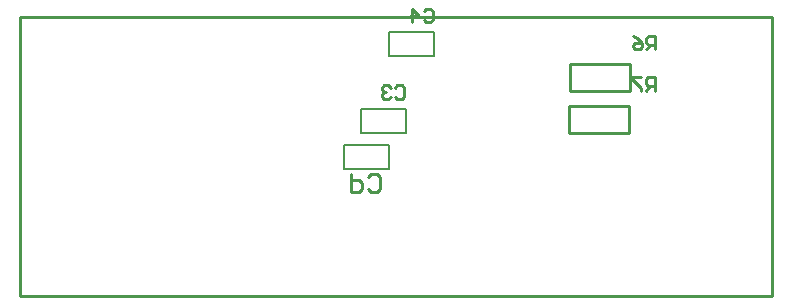
<source format=gbo>
G04 Layer_Color=13813960*
%FSAX24Y24*%
%MOIN*%
G70*
G01*
G75*
%ADD20C,0.0100*%
%ADD31C,0.0079*%
D20*
X035422Y023577D02*
X037422D01*
Y024477D01*
X035422Y023577D02*
Y024477D01*
X037422D01*
X035400Y022200D02*
X037400D01*
Y023100D01*
X035400Y022200D02*
Y023100D01*
X037400D01*
X038270Y024980D02*
Y025430D01*
X038045D01*
X037970Y025355D01*
Y025205D01*
X038045Y025130D01*
X038270D01*
X038120D02*
X037970Y024980D01*
X037520Y025430D02*
X037670Y025355D01*
X037820Y025205D01*
Y025055D01*
X037745Y024980D01*
X037595D01*
X037520Y025055D01*
Y025130D01*
X037595Y025205D01*
X037820D01*
X028704Y020729D02*
X028804Y020829D01*
X029004D01*
X029104Y020729D01*
Y020329D01*
X029004Y020229D01*
X028804D01*
X028704Y020329D01*
X028105Y020829D02*
Y020229D01*
X028404D01*
X028504Y020329D01*
Y020529D01*
X028404Y020629D01*
X028105D01*
X038250Y023600D02*
Y024050D01*
X038025D01*
X037950Y023975D01*
Y023825D01*
X038025Y023750D01*
X038250D01*
X038100D02*
X037950Y023600D01*
X037800Y024050D02*
X037500D01*
Y023975D01*
X037800Y023675D01*
Y023600D01*
X030540Y026255D02*
X030615Y026330D01*
X030765D01*
X030840Y026255D01*
Y025955D01*
X030765Y025880D01*
X030615D01*
X030540Y025955D01*
X030165Y025880D02*
Y026330D01*
X030390Y026105D01*
X030090D01*
X029590Y023705D02*
X029665Y023780D01*
X029815D01*
X029890Y023705D01*
Y023405D01*
X029815Y023330D01*
X029665D01*
X029590Y023405D01*
X029440Y023705D02*
X029365Y023780D01*
X029215D01*
X029140Y023705D01*
Y023630D01*
X029215Y023555D01*
X029290D01*
X029215D01*
X029140Y023480D01*
Y023405D01*
X029215Y023330D01*
X029365D01*
X029440Y023405D01*
X017100Y016750D02*
Y026050D01*
Y016750D02*
X042150D01*
Y026050D01*
X017100D02*
X042150D01*
D31*
X027902Y021006D02*
Y021794D01*
Y021006D02*
X029398D01*
Y021794D01*
X027902D02*
X029398D01*
X030898Y024756D02*
Y025544D01*
X029402D02*
X030898D01*
X029402Y024756D02*
Y025544D01*
Y024756D02*
X030898D01*
X029948Y022206D02*
Y022994D01*
X028452D02*
X029948D01*
X028452Y022206D02*
Y022994D01*
Y022206D02*
X029948D01*
M02*

</source>
